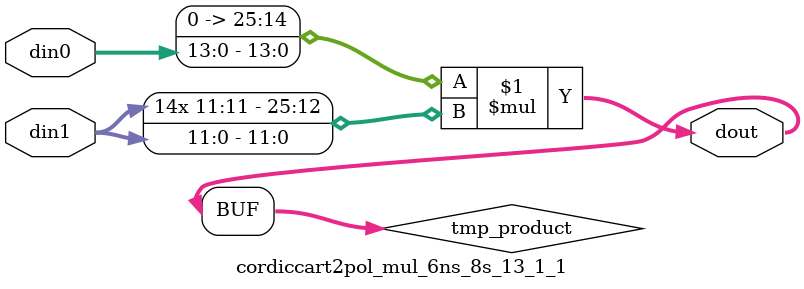
<source format=v>

`timescale 1 ns / 1 ps

 module cordiccart2pol_mul_6ns_8s_13_1_1(din0, din1, dout);
parameter ID = 1;
parameter NUM_STAGE = 0;
parameter din0_WIDTH = 14;
parameter din1_WIDTH = 12;
parameter dout_WIDTH = 26;

input [din0_WIDTH - 1 : 0] din0; 
input [din1_WIDTH - 1 : 0] din1; 
output [dout_WIDTH - 1 : 0] dout;

wire signed [dout_WIDTH - 1 : 0] tmp_product;

























assign tmp_product = $signed({1'b0, din0}) * $signed(din1);










assign dout = tmp_product;





















endmodule

</source>
